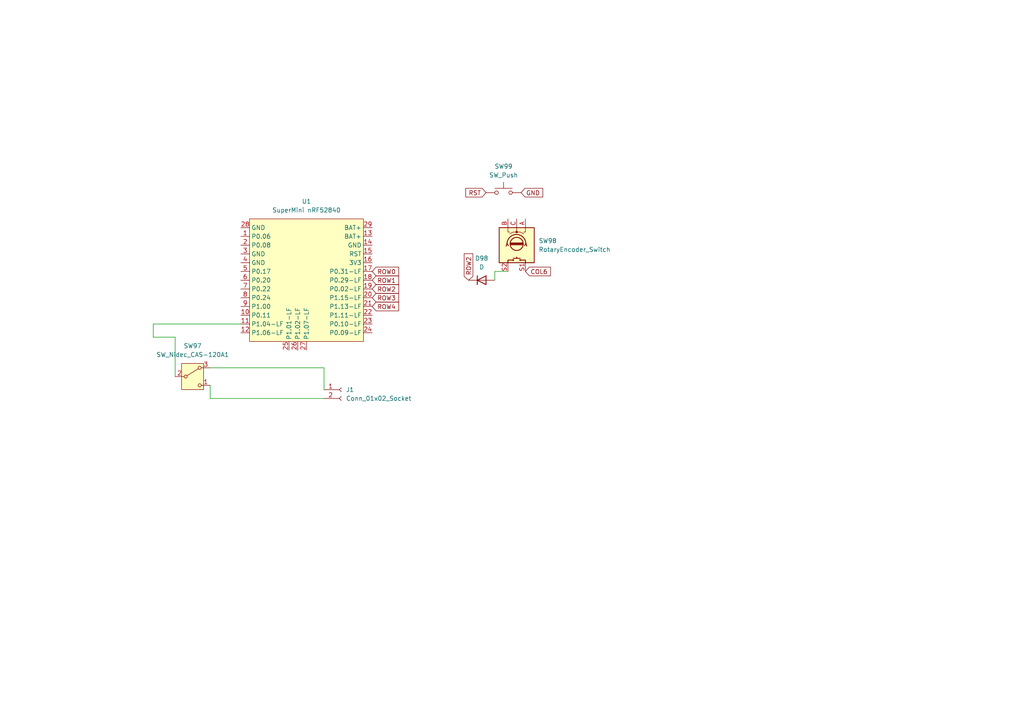
<source format=kicad_sch>
(kicad_sch (version 20231120) (generator "eeschema") (generator_version "8.0")
  (paper "A4")
  (lib_symbols
    (symbol "Connector:Conn_01x02_Socket" (pin_names (offset 1.016) hide)
      (property "Reference" "J" (at 0 2.54 0))
      (property "Value" "Conn_01x02_Socket" (at 0 -5.08 0))
      (symbol "Conn_01x02_Socket_1_1"
        (arc (start 0 -2.032) (mid -0.5058 -2.54) (end 0 -3.048) (stroke (width 0.1524)))
        (polyline (pts (xy -1.27 -2.54) (xy -0.508 -2.54)) (stroke (width 0.1524)))
        (polyline (pts (xy -1.27 0) (xy -0.508 0)) (stroke (width 0.1524)))
        (arc (start 0 0.508) (mid -0.5058 0) (end 0 -0.508) (stroke (width 0.1524)))
        (pin passive line (at -5.08 0 0) (length 3.81) (name "Pin_1") (number "1"))
        (pin passive line (at -5.08 -2.54 0) (length 3.81) (name "Pin_2") (number "2"))
      )
    )
    (symbol "Device:D" (pin_numbers hide) (pin_names (offset 1.016) hide)
      (property "Reference" "D" (at 0 2.54 0))
      (property "Value" "D" (at 0 -2.54 0))
      (symbol "D_0_1"
        (polyline (pts (xy -1.27 1.27) (xy -1.27 -1.27)) (stroke (width 0.254)))
        (polyline (pts (xy 1.27 0) (xy -1.27 0)))
        (polyline (pts (xy 1.27 1.27) (xy 1.27 -1.27) (xy -1.27 0) (xy 1.27 1.27)) (stroke (width 0.254)))
      )
      (symbol "D_1_1"
        (pin passive line (at -3.81 0 0) (length 2.54) (name "K") (number "1"))
        (pin passive line (at 3.81 0 180) (length 2.54) (name "A") (number "2"))
      )
    )
    (symbol "Device:RotaryEncoder_Switch" (pin_names (offset 0.254) hide)
      (property "Reference" "SW" (at 0 6.604 0))
      (property "Value" "RotaryEncoder_Switch" (at 0 -6.604 0))
      (symbol "RotaryEncoder_Switch_0_1"
        (rectangle (start -5.08 5.08) (end 5.08 -5.08) (stroke (width 0.254)) (fill (type background)))
        (circle (center -3.81 0) (radius 0.254) (fill (type outline)))
        (circle (center -0.381 0) (radius 1.905) (stroke (width 0.254)))
        (arc (start -0.381 2.667) (mid -3.0988 -0.0635) (end -0.381 -2.794) (stroke (width 0.254)))
        (polyline (pts (xy -0.635 -1.778) (xy -0.635 1.778)) (stroke (width 0.254)))
        (polyline (pts (xy -0.381 -1.778) (xy -0.381 1.778)) (stroke (width 0.254)))
        (polyline (pts (xy -0.127 1.778) (xy -0.127 -1.778)) (stroke (width 0.254)))
        (polyline (pts (xy 3.81 0) (xy 3.429 0)) (stroke (width 0.254)))
        (polyline (pts (xy 3.81 1.016) (xy 3.81 -1.016)) (stroke (width 0.254)))
        (polyline (pts (xy -5.08 -2.54) (xy -3.81 -2.54) (xy -3.81 -2.032)))
        (polyline (pts (xy -5.08 2.54) (xy -3.81 2.54) (xy -3.81 2.032)))
        (polyline (pts (xy 0.254 -3.048) (xy -0.508 -2.794) (xy 0.127 -2.413)) (stroke (width 0.254)))
        (polyline (pts (xy 0.254 2.921) (xy -0.508 2.667) (xy 0.127 2.286)) (stroke (width 0.254)))
        (polyline (pts (xy 5.08 -2.54) (xy 4.318 -2.54) (xy 4.318 -1.016)) (stroke (width 0.254)))
        (polyline (pts (xy 5.08 2.54) (xy 4.318 2.54) (xy 4.318 1.016)) (stroke (width 0.254)))
        (polyline (pts (xy -5.08 0) (xy -3.81 0) (xy -3.81 -1.016) (xy -3.302 -2.032)))
        (polyline (pts (xy -4.318 0) (xy -3.81 0) (xy -3.81 1.016) (xy -3.302 2.032)))
        (circle (center 4.318 -1.016) (radius 0.127) (stroke (width 0.254)))
        (circle (center 4.318 1.016) (radius 0.127) (stroke (width 0.254)))
      )
      (symbol "RotaryEncoder_Switch_1_1"
        (pin passive line (at -7.62 2.54 0) (length 2.54) (name "A") (number "A"))
        (pin passive line (at -7.62 -2.54 0) (length 2.54) (name "B") (number "B"))
        (pin passive line (at -7.62 0 0) (length 2.54) (name "C") (number "C"))
        (pin passive line (at 7.62 2.54 180) (length 2.54) (name "S1") (number "S1"))
        (pin passive line (at 7.62 -2.54 180) (length 2.54) (name "S2") (number "S2"))
      )
    )
    (symbol "Switch:SW_Nidec_CAS-120A1" (pin_names (offset 1) hide)
      (property "Reference" "SW" (at 0 4.318 0))
      (property "Value" "SW_Nidec_CAS-120A1" (at 0 -5.08 0))
      (symbol "SW_Nidec_CAS-120A1_0_1"
        (circle (center -2.032 0) (radius 0.4572))
        (polyline (pts (xy -1.651 0.254) (xy 1.651 2.286)))
        (circle (center 2.032 -2.54) (radius 0.4572))
        (circle (center 2.032 2.54) (radius 0.4572))
      )
      (symbol "SW_Nidec_CAS-120A1_1_1"
        (rectangle (start -3.175 3.81) (end 3.175 -3.81) (fill (type background)))
        (pin passive line (at 5.08 -2.54 180) (length 2.54) (name "C") (number "1"))
        (pin passive line (at -5.08 0 0) (length 2.54) (name "B") (number "2"))
        (pin passive line (at 5.08 2.54 180) (length 2.54) (name "A") (number "3"))
      )
    )
    (symbol "Switch:SW_Push" (pin_numbers hide) (pin_names (offset 1.016) hide)
      (property "Reference" "SW" (at 1.27 2.54 0))
      (property "Value" "SW_Push" (at 0 -1.524 0))
      (symbol "SW_Push_0_1"
        (circle (center -2.032 0) (radius 0.508))
        (polyline (pts (xy 0 1.27) (xy 0 3.048)))
        (polyline (pts (xy 2.54 1.27) (xy -2.54 1.27)))
        (circle (center 2.032 0) (radius 0.508))
        (pin passive line (at -5.08 0 0) (length 2.54) (name "1") (number "1"))
        (pin passive line (at 5.08 0 180) (length 2.54) (name "2") (number "2"))
      )
    )
    (symbol "marbastlib-promicroish:SuperMini_nRF52840" (in_bom no)
      (property "Reference" "U" (at 0 22.86 0))
      (property "Value" "SuperMini nRF52840" (at 0 20.32 0))
      (symbol "SuperMini_nRF52840_0_0"
        (pin bidirectional line (at -19.05 13.97 0) (length 2.54) (name "P0.06") (number "1"))
        (pin bidirectional line (at -19.05 -8.89 0) (length 2.54) (name "P0.11") (number "10"))
        (pin bidirectional line (at -19.05 -11.43 0) (length 2.54) (name "P1.04-LF") (number "11"))
        (pin bidirectional line (at -19.05 -13.97 0) (length 2.54) (name "P1.06-LF") (number "12"))
        (pin power_out line (at 19.05 11.43 180) (length 2.54) (name "GND") (number "14"))
        (pin bidirectional line (at 19.05 8.89 180) (length 2.54) (name "RST") (number "15"))
        (pin bidirectional line (at 19.05 3.81 180) (length 2.54) (name "P0.31-LF") (number "17"))
        (pin bidirectional line (at 19.05 1.27 180) (length 2.54) (name "P0.29-LF") (number "18"))
        (pin bidirectional line (at 19.05 -1.27 180) (length 2.54) (name "P0.02-LF") (number "19"))
        (pin bidirectional line (at -19.05 11.43 0) (length 2.54) (name "P0.08") (number "2"))
        (pin bidirectional line (at 19.05 -3.81 180) (length 2.54) (name "P1.15-LF") (number "20"))
        (pin bidirectional line (at 19.05 -6.35 180) (length 2.54) (name "P1.13-LF") (number "21"))
        (pin bidirectional line (at 19.05 -8.89 180) (length 2.54) (name "P1.11-LF") (number "22"))
        (pin bidirectional line (at 19.05 -13.97 180) (length 2.54) (name "P0.09-LF") (number "24"))
        (pin power_out line (at -19.05 8.89 0) (length 2.54) (name "GND") (number "3"))
        (pin power_out line (at -19.05 6.35 0) (length 2.54) (name "GND") (number "4"))
        (pin bidirectional line (at -19.05 3.81 0) (length 2.54) (name "P0.17") (number "5"))
        (pin bidirectional line (at -19.05 1.27 0) (length 2.54) (name "P0.20") (number "6"))
        (pin bidirectional line (at -19.05 -1.27 0) (length 2.54) (name "P0.22") (number "7"))
        (pin bidirectional line (at -19.05 -3.81 0) (length 2.54) (name "P0.24") (number "8"))
        (pin bidirectional line (at -19.05 -6.35 0) (length 2.54) (name "P1.00") (number "9"))
      )
      (symbol "SuperMini_nRF52840_1_0"
        (pin power_out line (at 19.05 13.97 180) (length 2.54) (name "BAT+") (number "13"))
        (pin power_out line (at 19.05 6.35 180) (length 2.54) (name "3V3") (number "16"))
        (pin bidirectional line (at 19.05 -11.43 180) (length 2.54) (name "P0.10-LF") (number "23"))
        (pin bidirectional line (at -5.08 -19.05 90) (length 2.54) (name "P1.01-LF") (number "25"))
        (pin bidirectional line (at -2.54 -19.05 90) (length 2.54) (name "P1.02-LF") (number "26"))
        (pin bidirectional line (at 0 -19.05 90) (length 2.54) (name "P1.07-LF") (number "27"))
        (pin power_out line (at -19.05 16.51 0) (length 2.54) (name "GND") (number "28"))
        (pin power_out line (at 19.05 16.51 180) (length 2.54) (name "BAT+") (number "29"))
      )
      (symbol "SuperMini_nRF52840_1_1"
        (rectangle (start -16.51 19.05) (end 16.51 -16.51) (fill (type background)))
      )
    )
  )
  (wire (pts (xy 44.45 97.79) (xy 50.8 97.79)))
  (wire (pts (xy 50.8 97.79) (xy 50.8 109.22)))
  (wire (pts (xy 44.45 93.98) (xy 69.85 93.98)))
  (wire (pts (xy 147.32 78.74) (xy 143.51 78.74)))
  (wire (pts (xy 44.45 97.79) (xy 44.45 93.98)))
  (wire (pts (xy 60.96 106.68) (xy 93.98 106.68)))
  (wire (pts (xy 60.96 115.57) (xy 60.96 111.76)))
  (wire (pts (xy 143.51 78.74) (xy 143.51 81.28)))
  (wire (pts (xy 93.98 106.68) (xy 93.98 113.03)))
  (wire (pts (xy 93.98 115.57) (xy 60.96 115.57)))
  (global_label "ROW3" (shape input) (at 107.95 86.36 0) (property "Intersheetrefs" "${INTERSHEET_REFS}" (effects (hide yes))))
  (global_label "ROW0" (shape input) (at 107.95 78.74 0) (property "Intersheetrefs" "${INTERSHEET_REFS}" (effects (hide yes))))
  (global_label "COL6" (shape input) (at 152.4 78.74 0) (property "Intersheetrefs" "${INTERSHEET_REFS}" (effects (hide yes))))
  (global_label "ROW4" (shape input) (at 107.95 88.9 0) (property "Intersheetrefs" "${INTERSHEET_REFS}" (effects (hide yes))))
  (global_label "GND" (shape input) (at 151.13 55.88 0) (property "Intersheetrefs" "${INTERSHEET_REFS}" (effects (hide yes))))
  (global_label "RST" (shape input) (at 140.97 55.88 180) (property "Intersheetrefs" "${INTERSHEET_REFS}" (effects (hide yes))))
  (global_label "ROW1" (shape input) (at 107.95 81.28 0) (property "Intersheetrefs" "${INTERSHEET_REFS}" (effects (hide yes))))
  (global_label "ROW2" (shape input) (at 135.89 81.28 90) (property "Intersheetrefs" "${INTERSHEET_REFS}" (effects (hide yes))))
  (global_label "ROW2" (shape input) (at 107.95 83.82 0) (property "Intersheetrefs" "${INTERSHEET_REFS}" (effects (hide yes))))
  (symbol (lib_id "marbastlib-promicroish:SuperMini_nRF52840") (at 88.9 82.55 0) (unit 1) (in_bom no)
    (property "Reference" "U1" (at 88.9 58.42 0))
    (property "Value" "SuperMini nRF52840" (at 88.9 60.96 0))
    (property "Footprint" "PCM_marbastlib-xp-promicroish:SuperMini_nRF52840_AH_USBup" (effects (hide yes)))
    (property "Datasheet" "https://wiki.icbbuy.com/doku.php?id=developmentboard:nrf52840" (effects (hide yes)))
    (property "Description" "Symbol for an nicekeyboards nice!nano" (effects (hide yes)))
  )
  (symbol (lib_id "Device:D") (at 139.7 81.28 0) (unit 1)
    (property "Reference" "D98" (at 139.7 74.93 0))
    (property "Value" "D" (at 139.7 77.47 0))
    (property "Footprint" "SofleKeyboard-footprint:Diode_SOD123" (effects (hide yes)))
    (property "Description" "Diode" (effects (hide yes)))
    (property "Sim.Device" "D" (effects (hide yes)))
    (property "Sim.Pins" "1=K 2=A" (effects (hide yes)))
  )
  (symbol (lib_id "Switch:SW_Nidec_CAS-120A1") (at 55.88 109.22 0) (unit 1)
    (property "Reference" "SW97" (at 55.88 100.33 0))
    (property "Value" "SW_Nidec_CAS-120A1" (at 55.88 102.87 0))
    (property "Footprint" "ergogen_fp:sw_power" (effects (hide yes)))
    (property "Datasheet" "https://www.nidec-components.com/e/catalog/switch/cas.pdf" (effects (hide yes)))
    (property "Description" "Switch, single pole double throw" (effects (hide yes)))
  )
  (symbol (lib_id "Device:RotaryEncoder_Switch") (at 149.86 71.12 270) (unit 1)
    (property "Reference" "SW98" (at 156.21 69.8499 90) (effects (justify left)))
    (property "Value" "RotaryEncoder_Switch" (at 156.21 72.3899 90) (effects (justify left)))
    (property "Footprint" "SofleKeyboard-footprint:RotaryEncoder_Alps_EC11E-Switch_Vertical_H20mm-keebio_modified" (effects (hide yes)))
    (property "Description" "Rotary encoder, dual channel, incremental quadrate outputs, with switch" (effects (hide yes)))
  )
  (symbol (lib_id "Switch:SW_Push") (at 146.05 55.88 0) (unit 1)
    (property "Reference" "SW99" (at 146.05 48.26 0))
    (property "Value" "SW_Push" (at 146.05 50.8 0))
    (property "Footprint" "ergogen_fp:sw_reset_side" (effects (hide yes)))
    (property "Description" "Push button switch, generic, two pins" (effects (hide yes)))
  )
  (symbol (lib_id "Connector:Conn_01x02_Socket") (at 99.06 113.03 0) (unit 1)
    (property "Reference" "J1" (at 100.33 113.0299 0) (effects (justify left)))
    (property "Value" "Conn_01x02_Socket" (at 100.33 115.5699 0) (effects (justify left)))
    (property "Footprint" "ergogen_fp:conn_molex_pico_ezmate_1x02" (effects (hide yes)))
    (property "Description" "Generic connector, single row, 01x02, script generated" (effects (hide yes)))
  )
)
</source>
